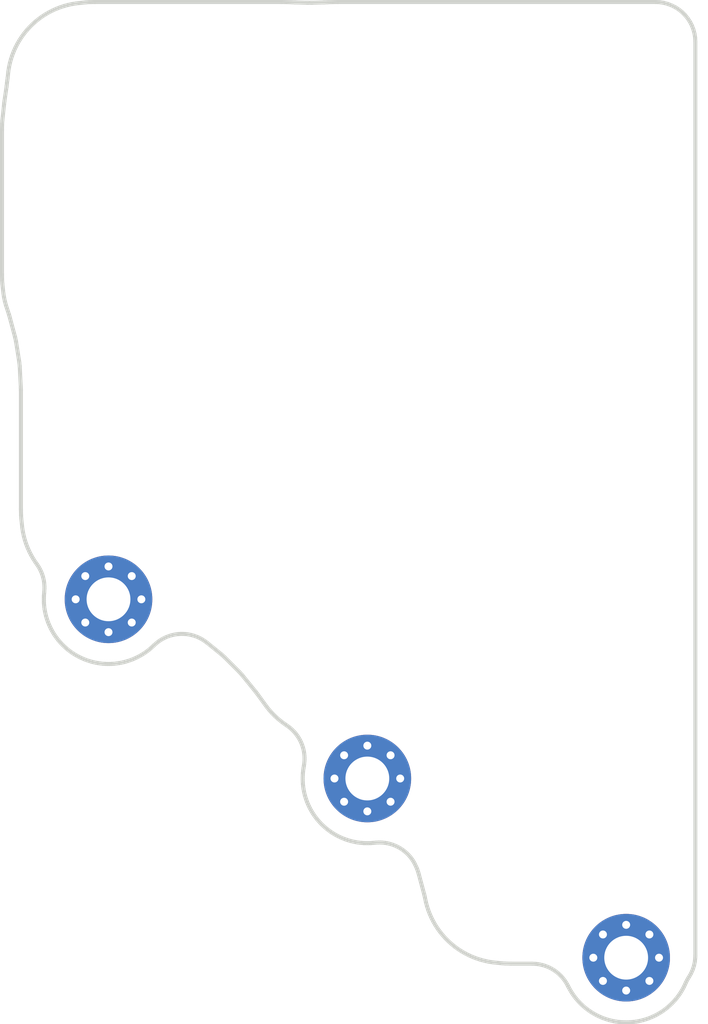
<source format=kicad_pcb>
(kicad_pcb (version 20171130) (host pcbnew 5.1.6-1.fc32)

  (general
    (thickness 1.6)
    (drawings 581)
    (tracks 0)
    (zones 0)
    (modules 3)
    (nets 1)
  )

  (page A4)
  (layers
    (0 F.Cu signal)
    (31 B.Cu signal)
    (32 B.Adhes user)
    (33 F.Adhes user)
    (34 B.Paste user)
    (35 F.Paste user)
    (36 B.SilkS user)
    (37 F.SilkS user)
    (38 B.Mask user)
    (39 F.Mask user)
    (40 Dwgs.User user)
    (41 Cmts.User user)
    (42 Eco1.User user)
    (43 Eco2.User user)
    (44 Edge.Cuts user)
    (45 Margin user)
    (46 B.CrtYd user)
    (47 F.CrtYd user)
    (48 B.Fab user)
    (49 F.Fab user)
  )

  (setup
    (last_trace_width 0.25)
    (trace_clearance 0.2)
    (zone_clearance 0.508)
    (zone_45_only no)
    (trace_min 0.2)
    (via_size 0.8)
    (via_drill 0.4)
    (via_min_size 0.4)
    (via_min_drill 0.3)
    (uvia_size 0.3)
    (uvia_drill 0.1)
    (uvias_allowed no)
    (uvia_min_size 0.2)
    (uvia_min_drill 0.1)
    (edge_width 0.05)
    (segment_width 0.2)
    (pcb_text_width 0.3)
    (pcb_text_size 1.5 1.5)
    (mod_edge_width 0.12)
    (mod_text_size 1 1)
    (mod_text_width 0.15)
    (pad_size 1.524 1.524)
    (pad_drill 0.762)
    (pad_to_mask_clearance 0.05)
    (aux_axis_origin 0 0)
    (visible_elements FFFFFF7F)
    (pcbplotparams
      (layerselection 0x010fc_ffffffff)
      (usegerberextensions false)
      (usegerberattributes true)
      (usegerberadvancedattributes true)
      (creategerberjobfile true)
      (excludeedgelayer true)
      (linewidth 0.100000)
      (plotframeref false)
      (viasonmask false)
      (mode 1)
      (useauxorigin false)
      (hpglpennumber 1)
      (hpglpenspeed 20)
      (hpglpendiameter 15.000000)
      (psnegative false)
      (psa4output false)
      (plotreference true)
      (plotvalue true)
      (plotinvisibletext false)
      (padsonsilk false)
      (subtractmaskfromsilk false)
      (outputformat 1)
      (mirror false)
      (drillshape 1)
      (scaleselection 1)
      (outputdirectory ""))
  )

  (net 0 "")

  (net_class Default "This is the default net class."
    (clearance 0.2)
    (trace_width 0.25)
    (via_dia 0.8)
    (via_drill 0.4)
    (uvia_dia 0.3)
    (uvia_drill 0.1)
  )

  (module MountingHole_2.2mm_M2_Pad_Via (layer F.Cu) (tedit 56DDB9C7) (tstamp 5F660C15)
    (at -44 30)
    (descr "Mounting Hole 2.2mm, M2")
    (tags "mounting hole 2.2mm m2")
    (attr virtual)
    (fp_text reference generated (at 0 -3.2) (layer F.SilkS) hide
      (effects (font (size 1 1) (thickness 0.15)))
    )
    (fp_text value MountingHole_2.2mm_M2_Pad_Via (at 0 3.2) (layer F.Fab) hide
      (effects (font (size 1 1) (thickness 0.15)))
    )
    (fp_circle (center 0 0) (end 2.45 0) (layer F.CrtYd) (width 0.05))
    (fp_circle (center 0 0) (end 2.2 0) (layer Cmts.User) (width 0.15))
    (fp_text user %R (at 0.3 0) (layer F.Fab)
      (effects (font (size 1 1) (thickness 0.15)))
    )
    (pad 1 thru_hole circle (at 1.166726 -1.166726) (size 0.7 0.7) (drill 0.4) (layers *.Cu *.Mask))
    (pad 1 thru_hole circle (at 0 -1.65) (size 0.7 0.7) (drill 0.4) (layers *.Cu *.Mask))
    (pad 1 thru_hole circle (at -1.166726 -1.166726) (size 0.7 0.7) (drill 0.4) (layers *.Cu *.Mask))
    (pad 1 thru_hole circle (at -1.65 0) (size 0.7 0.7) (drill 0.4) (layers *.Cu *.Mask))
    (pad 1 thru_hole circle (at -1.166726 1.166726) (size 0.7 0.7) (drill 0.4) (layers *.Cu *.Mask))
    (pad 1 thru_hole circle (at 0 1.65) (size 0.7 0.7) (drill 0.4) (layers *.Cu *.Mask))
    (pad 1 thru_hole circle (at 1.166726 1.166726) (size 0.7 0.7) (drill 0.4) (layers *.Cu *.Mask))
    (pad 1 thru_hole circle (at 1.65 0) (size 0.7 0.7) (drill 0.4) (layers *.Cu *.Mask))
    (pad 1 thru_hole circle (at 0 0) (size 4.4 4.4) (drill 2.2) (layers *.Cu *.Mask))
  )

  (module MountingHole_2.2mm_M2_Pad_Via (layer F.Cu) (tedit 56DDB9C7) (tstamp 5F660C06)
    (at -18 48)
    (descr "Mounting Hole 2.2mm, M2")
    (tags "mounting hole 2.2mm m2")
    (attr virtual)
    (fp_text reference generated (at 0 -3.2) (layer F.SilkS) hide
      (effects (font (size 1 1) (thickness 0.15)))
    )
    (fp_text value MountingHole_2.2mm_M2_Pad_Via (at 0 3.2) (layer F.Fab) hide
      (effects (font (size 1 1) (thickness 0.15)))
    )
    (fp_circle (center 0 0) (end 2.45 0) (layer F.CrtYd) (width 0.05))
    (fp_circle (center 0 0) (end 2.2 0) (layer Cmts.User) (width 0.15))
    (fp_text user %R (at 0.3 0) (layer F.Fab)
      (effects (font (size 1 1) (thickness 0.15)))
    )
    (pad 1 thru_hole circle (at 1.166726 -1.166726) (size 0.7 0.7) (drill 0.4) (layers *.Cu *.Mask))
    (pad 1 thru_hole circle (at 0 -1.65) (size 0.7 0.7) (drill 0.4) (layers *.Cu *.Mask))
    (pad 1 thru_hole circle (at -1.166726 -1.166726) (size 0.7 0.7) (drill 0.4) (layers *.Cu *.Mask))
    (pad 1 thru_hole circle (at -1.65 0) (size 0.7 0.7) (drill 0.4) (layers *.Cu *.Mask))
    (pad 1 thru_hole circle (at -1.166726 1.166726) (size 0.7 0.7) (drill 0.4) (layers *.Cu *.Mask))
    (pad 1 thru_hole circle (at 0 1.65) (size 0.7 0.7) (drill 0.4) (layers *.Cu *.Mask))
    (pad 1 thru_hole circle (at 1.166726 1.166726) (size 0.7 0.7) (drill 0.4) (layers *.Cu *.Mask))
    (pad 1 thru_hole circle (at 1.65 0) (size 0.7 0.7) (drill 0.4) (layers *.Cu *.Mask))
    (pad 1 thru_hole circle (at 0 0) (size 4.4 4.4) (drill 2.2) (layers *.Cu *.Mask))
  )

  (module MountingHole_2.2mm_M2_Pad_Via (layer F.Cu) (tedit 56DDB9C7) (tstamp 5F660BF7)
    (at -31 39)
    (descr "Mounting Hole 2.2mm, M2")
    (tags "mounting hole 2.2mm m2")
    (attr virtual)
    (fp_text reference generated (at 0 -3.2) (layer F.SilkS) hide
      (effects (font (size 1 1) (thickness 0.15)))
    )
    (fp_text value MountingHole_2.2mm_M2_Pad_Via (at 0 3.2) (layer F.Fab) hide
      (effects (font (size 1 1) (thickness 0.15)))
    )
    (fp_circle (center 0 0) (end 2.45 0) (layer F.CrtYd) (width 0.05))
    (fp_circle (center 0 0) (end 2.2 0) (layer Cmts.User) (width 0.15))
    (fp_text user %R (at 0.3 0) (layer F.Fab)
      (effects (font (size 1 1) (thickness 0.15)))
    )
    (pad 1 thru_hole circle (at 1.166726 -1.166726) (size 0.7 0.7) (drill 0.4) (layers *.Cu *.Mask))
    (pad 1 thru_hole circle (at 0 -1.65) (size 0.7 0.7) (drill 0.4) (layers *.Cu *.Mask))
    (pad 1 thru_hole circle (at -1.166726 -1.166726) (size 0.7 0.7) (drill 0.4) (layers *.Cu *.Mask))
    (pad 1 thru_hole circle (at -1.65 0) (size 0.7 0.7) (drill 0.4) (layers *.Cu *.Mask))
    (pad 1 thru_hole circle (at -1.166726 1.166726) (size 0.7 0.7) (drill 0.4) (layers *.Cu *.Mask))
    (pad 1 thru_hole circle (at 0 1.65) (size 0.7 0.7) (drill 0.4) (layers *.Cu *.Mask))
    (pad 1 thru_hole circle (at 1.166726 1.166726) (size 0.7 0.7) (drill 0.4) (layers *.Cu *.Mask))
    (pad 1 thru_hole circle (at 1.65 0) (size 0.7 0.7) (drill 0.4) (layers *.Cu *.Mask))
    (pad 1 thru_hole circle (at 0 0) (size 4.4 4.4) (drill 2.2) (layers *.Cu *.Mask))
  )

  (gr_line (start -49.3493 6.39336) (end -49.35 6.44572) (layer Edge.Cuts) (width 0.2))
  (gr_line (start -49.342 6.11433) (end -49.3493 6.39336) (layer Edge.Cuts) (width 0.2))
  (gr_line (start -49.3317 5.95764) (end -49.342 6.11433) (layer Edge.Cuts) (width 0.2))
  (gr_line (start -49.2435 5.11778) (end -49.3317 5.95764) (layer Edge.Cuts) (width 0.2))
  (gr_line (start -49.2373 5.06595) (end -49.2435 5.11778) (layer Edge.Cuts) (width 0.2))
  (gr_line (start -49.2332 5.03461) (end -49.2373 5.06595) (layer Edge.Cuts) (width 0.2))
  (gr_line (start -49.2301 5.00908) (end -49.2332 5.03461) (layer Edge.Cuts) (width 0.2))
  (gr_line (start -49.2241 4.96388) (end -49.2301 5.00908) (layer Edge.Cuts) (width 0.2))
  (gr_line (start -49.125 4.28075) (end -49.2241 4.96388) (layer Edge.Cuts) (width 0.2))
  (gr_line (start -49.1225 4.26205) (end -49.125 4.28075) (layer Edge.Cuts) (width 0.2))
  (gr_line (start -49.1152 4.20334) (end -49.1225 4.26205) (layer Edge.Cuts) (width 0.2))
  (gr_line (start -49.113 4.18454) (end -49.1152 4.20334) (layer Edge.Cuts) (width 0.2))
  (gr_line (start -49.1003 4.06407) (end -49.113 4.18454) (layer Edge.Cuts) (width 0.2))
  (gr_line (start -49.0867 3.96049) (end -49.1003 4.06407) (layer Edge.Cuts) (width 0.2))
  (gr_line (start -49.0812 3.9258) (end -49.0867 3.96049) (layer Edge.Cuts) (width 0.2))
  (gr_line (start -49.0776 3.90083) (end -49.0812 3.9258) (layer Edge.Cuts) (width 0.2))
  (gr_line (start -49.0672 3.82175) (end -49.0776 3.90083) (layer Edge.Cuts) (width 0.2))
  (gr_line (start -49.0642 3.79709) (end -49.0672 3.82175) (layer Edge.Cuts) (width 0.2))
  (gr_line (start -49.0324 3.49445) (end -49.0642 3.79709) (layer Edge.Cuts) (width 0.2))
  (gr_line (start -48.9997 3.28766) (end -49.0324 3.49445) (layer Edge.Cuts) (width 0.2))
  (gr_line (start -48.9565 3.0845) (end -48.9997 3.28766) (layer Edge.Cuts) (width 0.2))
  (gr_line (start -48.9024 2.88245) (end -48.9565 3.0845) (layer Edge.Cuts) (width 0.2))
  (gr_line (start -48.8384 2.68544) (end -48.9024 2.88245) (layer Edge.Cuts) (width 0.2))
  (gr_line (start -48.7634 2.48994) (end -48.8384 2.68544) (layer Edge.Cuts) (width 0.2))
  (gr_line (start -48.6791 2.3007) (end -48.7634 2.48994) (layer Edge.Cuts) (width 0.2))
  (gr_line (start -48.5841 2.11427) (end -48.6791 2.3007) (layer Edge.Cuts) (width 0.2))
  (gr_line (start -48.4803 1.93443) (end -48.5841 2.11427) (layer Edge.Cuts) (width 0.2))
  (gr_line (start -48.3663 1.75879) (end -48.4803 1.93443) (layer Edge.Cuts) (width 0.2))
  (gr_line (start -48.2444 1.59106) (end -48.3663 1.75879) (layer Edge.Cuts) (width 0.2))
  (gr_line (start -48.1126 1.4283) (end -48.2444 1.59106) (layer Edge.Cuts) (width 0.2))
  (gr_line (start -47.9739 1.27423) (end -48.1126 1.4283) (layer Edge.Cuts) (width 0.2))
  (gr_line (start -47.8259 1.12616) (end -47.9739 1.27423) (layer Edge.Cuts) (width 0.2))
  (gr_line (start -47.6718 0.987396) (end -47.8259 1.12616) (layer Edge.Cuts) (width 0.2))
  (gr_line (start -47.5092 0.855728) (end -47.6718 0.987396) (layer Edge.Cuts) (width 0.2))
  (gr_line (start -47.3415 0.733932) (end -47.5092 0.855728) (layer Edge.Cuts) (width 0.2))
  (gr_line (start -47.166 0.619904) (end -47.3415 0.733932) (layer Edge.Cuts) (width 0.2))
  (gr_line (start -46.9862 0.516113) (end -47.166 0.619904) (layer Edge.Cuts) (width 0.2))
  (gr_line (start -46.7996 0.421021) (end -46.9862 0.516113) (layer Edge.Cuts) (width 0.2))
  (gr_line (start -46.6105 0.336838) (end -46.7996 0.421021) (layer Edge.Cuts) (width 0.2))
  (gr_line (start -46.4151 0.261826) (end -46.6105 0.336838) (layer Edge.Cuts) (width 0.2))
  (gr_line (start -46.2177 0.197662) (end -46.4151 0.261826) (layer Edge.Cuts) (width 0.2))
  (gr_line (start -46.0155 0.143478) (end -46.2177 0.197662) (layer Edge.Cuts) (width 0.2))
  (gr_line (start -45.8128 0.100388) (end -46.0155 0.143478) (layer Edge.Cuts) (width 0.2))
  (gr_line (start -45.6061 0.067642) (end -45.8128 0.100388) (layer Edge.Cuts) (width 0.2))
  (gr_line (start -45.1346 0.018066) (end -45.6061 0.067642) (layer Edge.Cuts) (width 0.2))
  (gr_line (start -44.9779 0.007781) (end -45.1346 0.018066) (layer Edge.Cuts) (width 0.2))
  (gr_line (start -44.7082 0.000701) (end -44.9779 0.007781) (layer Edge.Cuts) (width 0.2))
  (gr_line (start -44.6557 0.000015) (end -44.7082 0.000701) (layer Edge.Cuts) (width 0.2))
  (gr_line (start -35.3453 0) (end -44.6557 0.000015) (layer Edge.Cuts) (width 0.2))
  (gr_line (start -35.293 0.000686) (end -35.3453 0) (layer Edge.Cuts) (width 0.2))
  (gr_line (start -34.8226 0.013) (end -35.293 0.000686) (layer Edge.Cuts) (width 0.2))
  (gr_line (start -34.7707 0.015029) (end -34.8226 0.013) (layer Edge.Cuts) (width 0.2))
  (gr_line (start -34.6641 0.020599) (end -34.7707 0.015029) (layer Edge.Cuts) (width 0.2))
  (gr_line (start -34.6517 0.021148) (end -34.6641 0.020599) (layer Edge.Cuts) (width 0.2))
  (gr_line (start -34.6125 0.022689) (end -34.6517 0.021148) (layer Edge.Cuts) (width 0.2))
  (gr_line (start -34.5997 0.023117) (end -34.6125 0.022689) (layer Edge.Cuts) (width 0.2))
  (gr_line (start -34.0369 0.037841) (end -34.5997 0.023117) (layer Edge.Cuts) (width 0.2))
  (gr_line (start -34.025 0.038085) (end -34.0369 0.037841) (layer Edge.Cuts) (width 0.2))
  (gr_line (start -33.9838 0.03862) (end -34.025 0.038085) (layer Edge.Cuts) (width 0.2))
  (gr_line (start -33.9728 0.038696) (end -33.9838 0.03862) (layer Edge.Cuts) (width 0.2))
  (gr_line (start -33.8275 0.038696) (end -33.9728 0.038696) (layer Edge.Cuts) (width 0.2))
  (gr_line (start -33.8165 0.03862) (end -33.8275 0.038696) (layer Edge.Cuts) (width 0.2))
  (gr_line (start -33.7755 0.038085) (end -33.8165 0.03862) (layer Edge.Cuts) (width 0.2))
  (gr_line (start -33.7631 0.037841) (end -33.7755 0.038085) (layer Edge.Cuts) (width 0.2))
  (gr_line (start -33.2 0.023101) (end -33.7631 0.037841) (layer Edge.Cuts) (width 0.2))
  (gr_line (start -33.188299 0.02272) (end -33.2 0.023101) (layer Edge.Cuts) (width 0.2))
  (gr_line (start -33.1479 0.021133) (end -33.188299 0.02272) (layer Edge.Cuts) (width 0.2))
  (gr_line (start -33.134999 0.020538) (end -33.1479 0.021133) (layer Edge.Cuts) (width 0.2))
  (gr_line (start -33.0304 0.01506) (end -33.134999 0.020538) (layer Edge.Cuts) (width 0.2))
  (gr_line (start -32.978099 0.013) (end -33.0304 0.01506) (layer Edge.Cuts) (width 0.2))
  (gr_line (start -32.5081 0.000701) (end -32.978099 0.013) (layer Edge.Cuts) (width 0.2))
  (gr_line (start -32.4557 0.000015) (end -32.5081 0.000701) (layer Edge.Cuts) (width 0.2))
  (gr_line (start -16.524999 0) (end -32.4557 0.000015) (layer Edge.Cuts) (width 0.2))
  (gr_line (start -16.3159 0.010955) (end -16.524999 0) (layer Edge.Cuts) (width 0.2))
  (gr_line (start -16.1092 0.043701) (end -16.3159 0.010955) (layer Edge.Cuts) (width 0.2))
  (gr_line (start -15.907 0.097885) (end -16.1092 0.043701) (layer Edge.Cuts) (width 0.2))
  (gr_line (start -15.7115 0.172913) (end -15.907 0.097885) (layer Edge.Cuts) (width 0.2))
  (gr_line (start -15.525 0.267944) (end -15.7115 0.172913) (layer Edge.Cuts) (width 0.2))
  (gr_line (start -15.3494 0.381973) (end -15.525 0.267944) (layer Edge.Cuts) (width 0.2))
  (gr_line (start -15.1867 0.513718) (end -15.3494 0.381973) (layer Edge.Cuts) (width 0.2))
  (gr_line (start -15.0387 0.661743) (end -15.1867 0.513718) (layer Edge.Cuts) (width 0.2))
  (gr_line (start -14.907 0.824432) (end -15.0387 0.661743) (layer Edge.Cuts) (width 0.2))
  (gr_line (start -14.7929 1) (end -14.907 0.824432) (layer Edge.Cuts) (width 0.2))
  (gr_line (start -14.6979 1.18652) (end -14.7929 1) (layer Edge.Cuts) (width 0.2))
  (gr_line (start -14.6229 1.38197) (end -14.6979 1.18652) (layer Edge.Cuts) (width 0.2))
  (gr_line (start -14.5687 1.58418) (end -14.6229 1.38197) (layer Edge.Cuts) (width 0.2))
  (gr_line (start -14.5359 1.79094) (end -14.5687 1.58418) (layer Edge.Cuts) (width 0.2))
  (gr_line (start -14.525 2) (end -14.5359 1.79094) (layer Edge.Cuts) (width 0.2))
  (gr_line (start -14.525 47.884) (end -14.525 2) (layer Edge.Cuts) (width 0.2))
  (gr_line (start -14.5277 47.9887) (end -14.525 47.884) (layer Edge.Cuts) (width 0.2))
  (gr_line (start -14.5496 48.1969) (end -14.5277 47.9887) (layer Edge.Cuts) (width 0.2))
  (gr_line (start -14.5931 48.4017) (end -14.5496 48.1969) (layer Edge.Cuts) (width 0.2))
  (gr_line (start -14.6578 48.6008) (end -14.5931 48.4017) (layer Edge.Cuts) (width 0.2))
  (gr_line (start -14.743 48.792) (end -14.6578 48.6008) (layer Edge.Cuts) (width 0.2))
  (gr_line (start -14.8477 48.9733) (end -14.743 48.792) (layer Edge.Cuts) (width 0.2))
  (gr_line (start -14.88 49.023) (end -14.8477 48.9733) (layer Edge.Cuts) (width 0.2))
  (gr_line (start -14.9323 49.1137) (end -14.88 49.023) (layer Edge.Cuts) (width 0.2))
  (gr_line (start -14.9916 49.2301) (end -14.9323 49.1137) (layer Edge.Cuts) (width 0.2))
  (gr_line (start -15.0142 49.2775) (end -14.9916 49.2301) (layer Edge.Cuts) (width 0.2))
  (gr_line (start -15.0547 49.3684) (end -15.0142 49.2775) (layer Edge.Cuts) (width 0.2))
  (gr_line (start -15.0998 49.463) (end -15.0547 49.3684) (layer Edge.Cuts) (width 0.2))
  (gr_line (start -15.1116 49.4862) (end -15.0998 49.463) (layer Edge.Cuts) (width 0.2))
  (gr_line (start -15.1617 49.5784) (end -15.1116 49.4862) (layer Edge.Cuts) (width 0.2))
  (gr_line (start -15.2142 49.6693) (end -15.1617 49.5784) (layer Edge.Cuts) (width 0.2))
  (gr_line (start -15.2687 49.7583) (end -15.2142 49.6693) (layer Edge.Cuts) (width 0.2))
  (gr_line (start -15.2824 49.7794) (end -15.2687 49.7583) (layer Edge.Cuts) (width 0.2))
  (gr_line (start -15.3194 49.8343) (end -15.2824 49.7794) (layer Edge.Cuts) (width 0.2))
  (gr_line (start -15.3427 49.8671) (end -15.3194 49.8343) (layer Edge.Cuts) (width 0.2))
  (gr_line (start -15.4037 49.9511) (end -15.3427 49.8671) (layer Edge.Cuts) (width 0.2))
  (gr_line (start -15.4675 50.0342) (end -15.4037 49.9511) (layer Edge.Cuts) (width 0.2))
  (gr_line (start -15.484 50.0546) (end -15.4675 50.0342) (layer Edge.Cuts) (width 0.2))
  (gr_line (start -15.5518 50.134) (end -15.484 50.0546) (layer Edge.Cuts) (width 0.2))
  (gr_line (start -15.6217 50.2117) (end -15.5518 50.134) (layer Edge.Cuts) (width 0.2))
  (gr_line (start -15.6939 50.2876) (end -15.6217 50.2117) (layer Edge.Cuts) (width 0.2))
  (gr_line (start -15.7123 50.3061) (end -15.6939 50.2876) (layer Edge.Cuts) (width 0.2))
  (gr_line (start -15.7882 50.3781) (end -15.7123 50.3061) (layer Edge.Cuts) (width 0.2))
  (gr_line (start -15.8658 50.448) (end -15.7882 50.3781) (layer Edge.Cuts) (width 0.2))
  (gr_line (start -15.9455 50.5161) (end -15.8658 50.448) (layer Edge.Cuts) (width 0.2))
  (gr_line (start -15.9659 50.5326) (end -15.9455 50.5161) (layer Edge.Cuts) (width 0.2))
  (gr_line (start -16.049299 50.5966) (end -15.9659 50.5326) (layer Edge.Cuts) (width 0.2))
  (gr_line (start -16.1335 50.6577) (end -16.049299 50.5966) (layer Edge.Cuts) (width 0.2))
  (gr_line (start -16.218699 50.7163) (end -16.1335 50.6577) (layer Edge.Cuts) (width 0.2))
  (gr_line (start -16.2411 50.7309) (end -16.218699 50.7163) (layer Edge.Cuts) (width 0.2))
  (gr_line (start -16.331399 50.7862) (end -16.2411 50.7309) (layer Edge.Cuts) (width 0.2))
  (gr_line (start -16.4216 50.8383) (end -16.331399 50.7862) (layer Edge.Cuts) (width 0.2))
  (gr_line (start -16.512699 50.8878) (end -16.4216 50.8383) (layer Edge.Cuts) (width 0.2))
  (gr_line (start -16.536 50.8997) (end -16.512699 50.8878) (layer Edge.Cuts) (width 0.2))
  (gr_line (start -16.6314 50.9452) (end -16.536 50.8997) (layer Edge.Cuts) (width 0.2))
  (gr_line (start -16.7266 50.9876) (end -16.6314 50.9452) (layer Edge.Cuts) (width 0.2))
  (gr_line (start -16.8223 51.0273) (end -16.7266 50.9876) (layer Edge.Cuts) (width 0.2))
  (gr_line (start -16.8469 51.0367) (end -16.8223 51.0273) (layer Edge.Cuts) (width 0.2))
  (gr_line (start -16.9469 51.0722) (end -16.8469 51.0367) (layer Edge.Cuts) (width 0.2))
  (gr_line (start -17.0471 51.1047) (end -16.9469 51.0722) (layer Edge.Cuts) (width 0.2))
  (gr_line (start -17.1472 51.1344) (end -17.0471 51.1047) (layer Edge.Cuts) (width 0.2))
  (gr_line (start -17.1718 51.141) (end -17.1472 51.1344) (layer Edge.Cuts) (width 0.2))
  (gr_line (start -17.274 51.1655) (end -17.1718 51.141) (layer Edge.Cuts) (width 0.2))
  (gr_line (start -17.3763 51.1872) (end -17.274 51.1655) (layer Edge.Cuts) (width 0.2))
  (gr_line (start -17.4772 51.2059) (end -17.3763 51.1872) (layer Edge.Cuts) (width 0.2))
  (gr_line (start -17.5027 51.21) (end -17.4772 51.2059) (layer Edge.Cuts) (width 0.2))
  (gr_line (start -17.6084 51.224) (end -17.5027 51.21) (layer Edge.Cuts) (width 0.2))
  (gr_line (start -17.7129 51.235) (end -17.6084 51.224) (layer Edge.Cuts) (width 0.2))
  (gr_line (start -17.8165 51.2431) (end -17.7129 51.235) (layer Edge.Cuts) (width 0.2))
  (gr_line (start -17.8423 51.2445) (end -17.8165 51.2431) (layer Edge.Cuts) (width 0.2))
  (gr_line (start -17.9476 51.2473) (end -17.8423 51.2445) (layer Edge.Cuts) (width 0.2))
  (gr_line (start -18.0526 51.2473) (end -17.9476 51.2473) (layer Edge.Cuts) (width 0.2))
  (gr_line (start -18.1579 51.2445) (end -18.0526 51.2473) (layer Edge.Cuts) (width 0.2))
  (gr_line (start -18.1836 51.2431) (end -18.1579 51.2445) (layer Edge.Cuts) (width 0.2))
  (gr_line (start -18.2874 51.2349) (end -18.1836 51.2431) (layer Edge.Cuts) (width 0.2))
  (gr_line (start -18.3909 51.2241) (end -18.2874 51.2349) (layer Edge.Cuts) (width 0.2))
  (gr_line (start -18.4937 51.2105) (end -18.3909 51.2241) (layer Edge.Cuts) (width 0.2))
  (gr_line (start -18.5201 51.2064) (end -18.4937 51.2105) (layer Edge.Cuts) (width 0.2))
  (gr_line (start -18.6238 51.1872) (end -18.5201 51.2064) (layer Edge.Cuts) (width 0.2))
  (gr_line (start -18.7261 51.1655) (end -18.6238 51.1872) (layer Edge.Cuts) (width 0.2))
  (gr_line (start -18.8282 51.141) (end -18.7261 51.1655) (layer Edge.Cuts) (width 0.2))
  (gr_line (start -18.8528 51.1344) (end -18.8282 51.141) (layer Edge.Cuts) (width 0.2))
  (gr_line (start -18.9526 51.1048) (end -18.8528 51.1344) (layer Edge.Cuts) (width 0.2))
  (gr_line (start -19.0524 51.0724) (end -18.9526 51.1048) (layer Edge.Cuts) (width 0.2))
  (gr_line (start -19.1517 51.0372) (end -19.0524 51.0724) (layer Edge.Cuts) (width 0.2))
  (gr_line (start -19.1765 51.0278) (end -19.1517 51.0372) (layer Edge.Cuts) (width 0.2))
  (gr_line (start -19.273 50.9878) (end -19.1765 51.0278) (layer Edge.Cuts) (width 0.2))
  (gr_line (start -19.3686 50.9452) (end -19.273 50.9878) (layer Edge.Cuts) (width 0.2))
  (gr_line (start -19.4628 50.9003) (end -19.3686 50.9452) (layer Edge.Cuts) (width 0.2))
  (gr_line (start -19.4859 50.8885) (end -19.4628 50.9003) (layer Edge.Cuts) (width 0.2))
  (gr_line (start -19.5784 50.8383) (end -19.4859 50.8885) (layer Edge.Cuts) (width 0.2))
  (gr_line (start -19.6692 50.7859) (end -19.5784 50.8383) (layer Edge.Cuts) (width 0.2))
  (gr_line (start -19.7578 50.7316) (end -19.6692 50.7859) (layer Edge.Cuts) (width 0.2))
  (gr_line (start -19.779 50.7178) (end -19.7578 50.7316) (layer Edge.Cuts) (width 0.2))
  (gr_line (start -19.8316 50.6825) (end -19.779 50.7178) (layer Edge.Cuts) (width 0.2))
  (gr_line (start -19.8667 50.6576) (end -19.8316 50.6825) (layer Edge.Cuts) (width 0.2))
  (gr_line (start -19.951 50.5963) (end -19.8667 50.6576) (layer Edge.Cuts) (width 0.2))
  (gr_line (start -20.0342 50.5324) (end -19.951 50.5963) (layer Edge.Cuts) (width 0.2))
  (gr_line (start -20.0546 50.516) (end -20.0342 50.5324) (layer Edge.Cuts) (width 0.2))
  (gr_line (start -20.134 50.4481) (end -20.0546 50.516) (layer Edge.Cuts) (width 0.2))
  (gr_line (start -20.2117 50.3782) (end -20.134 50.4481) (layer Edge.Cuts) (width 0.2))
  (gr_line (start -20.2876 50.3061) (end -20.2117 50.3782) (layer Edge.Cuts) (width 0.2))
  (gr_line (start -20.3061 50.2876) (end -20.2876 50.3061) (layer Edge.Cuts) (width 0.2))
  (gr_line (start -20.3782 50.2117) (end -20.3061 50.2876) (layer Edge.Cuts) (width 0.2))
  (gr_line (start -20.4481 50.134) (end -20.3782 50.2117) (layer Edge.Cuts) (width 0.2))
  (gr_line (start -20.516 50.0546) (end -20.4481 50.134) (layer Edge.Cuts) (width 0.2))
  (gr_line (start -20.5324 50.0342) (end -20.516 50.0546) (layer Edge.Cuts) (width 0.2))
  (gr_line (start -20.5963 49.9511) (end -20.5324 50.0342) (layer Edge.Cuts) (width 0.2))
  (gr_line (start -20.6573 49.8671) (end -20.5963 49.9511) (layer Edge.Cuts) (width 0.2))
  (gr_line (start -20.6806 49.8343) (end -20.6573 49.8671) (layer Edge.Cuts) (width 0.2))
  (gr_line (start -20.7175 49.7794) (end -20.6806 49.8343) (layer Edge.Cuts) (width 0.2))
  (gr_line (start -20.7312 49.7583) (end -20.7175 49.7794) (layer Edge.Cuts) (width 0.2))
  (gr_line (start -20.7858 49.6694) (end -20.7312 49.7583) (layer Edge.Cuts) (width 0.2))
  (gr_line (start -20.8382 49.5786) (end -20.7858 49.6694) (layer Edge.Cuts) (width 0.2))
  (gr_line (start -20.8886 49.4858) (end -20.8382 49.5786) (layer Edge.Cuts) (width 0.2))
  (gr_line (start -20.914 49.4358) (end -20.8886 49.4858) (layer Edge.Cuts) (width 0.2))
  (gr_line (start -20.9168 49.4308) (end -20.914 49.4358) (layer Edge.Cuts) (width 0.2))
  (gr_line (start -20.921 49.4227) (end -20.9168 49.4308) (layer Edge.Cuts) (width 0.2))
  (gr_line (start -20.9208 49.4226) (end -20.921 49.4227) (layer Edge.Cuts) (width 0.2))
  (gr_line (start -20.924 49.4163) (end -20.9208 49.4226) (layer Edge.Cuts) (width 0.2))
  (gr_line (start -20.9242 49.4165) (end -20.924 49.4163) (layer Edge.Cuts) (width 0.2))
  (gr_line (start -20.9643 49.3403) (end -20.9242 49.4165) (layer Edge.Cuts) (width 0.2))
  (gr_line (start -21.0104 49.2616) (end -20.9643 49.3403) (layer Edge.Cuts) (width 0.2))
  (gr_line (start -21.071 49.1685) (end -21.0104 49.2616) (layer Edge.Cuts) (width 0.2))
  (gr_line (start -21.1326 49.0837) (end -21.071 49.1685) (layer Edge.Cuts) (width 0.2))
  (gr_line (start -21.1984 49.0024) (end -21.1326 49.0837) (layer Edge.Cuts) (width 0.2))
  (gr_line (start -21.2683 48.9247) (end -21.1984 49.0024) (layer Edge.Cuts) (width 0.2))
  (gr_line (start -21.3423 48.8507) (end -21.2683 48.9247) (layer Edge.Cuts) (width 0.2))
  (gr_line (start -21.42 48.7808) (end -21.3423 48.8507) (layer Edge.Cuts) (width 0.2))
  (gr_line (start -21.5013 48.715) (end -21.42 48.7808) (layer Edge.Cuts) (width 0.2))
  (gr_line (start -21.5861 48.6534) (end -21.5013 48.715) (layer Edge.Cuts) (width 0.2))
  (gr_line (start -21.6736 48.5965) (end -21.5861 48.6534) (layer Edge.Cuts) (width 0.2))
  (gr_line (start -21.7643 48.5441) (end -21.6736 48.5965) (layer Edge.Cuts) (width 0.2))
  (gr_line (start -21.8575 48.4966) (end -21.7643 48.5441) (layer Edge.Cuts) (width 0.2))
  (gr_line (start -21.9529 48.4542) (end -21.8575 48.4966) (layer Edge.Cuts) (width 0.2))
  (gr_line (start -22.0507 48.4166) (end -21.9529 48.4542) (layer Edge.Cuts) (width 0.2))
  (gr_line (start -22.1501 48.3843) (end -22.0507 48.4166) (layer Edge.Cuts) (width 0.2))
  (gr_line (start -22.2511 48.3573) (end -22.1501 48.3843) (layer Edge.Cuts) (width 0.2))
  (gr_line (start -22.3537 48.3355) (end -22.2511 48.3573) (layer Edge.Cuts) (width 0.2))
  (gr_line (start -22.4567 48.3192) (end -22.3537 48.3355) (layer Edge.Cuts) (width 0.2))
  (gr_line (start -22.5609 48.3082) (end -22.4567 48.3192) (layer Edge.Cuts) (width 0.2))
  (gr_line (start -22.6912 48.3014) (end -22.5609 48.3082) (layer Edge.Cuts) (width 0.2))
  (gr_line (start -22.7439 48.3) (end -22.6912 48.3014) (layer Edge.Cuts) (width 0.2))
  (gr_line (start -23.7546 48.3) (end -22.7439 48.3) (layer Edge.Cuts) (width 0.2))
  (gr_line (start -23.8068 48.2993) (end -23.7546 48.3) (layer Edge.Cuts) (width 0.2))
  (gr_line (start -24.0778 48.2922) (end -23.8068 48.2993) (layer Edge.Cuts) (width 0.2))
  (gr_line (start -24.2346 48.282) (end -24.0778 48.2922) (layer Edge.Cuts) (width 0.2))
  (gr_line (start -24.7055 48.2325) (end -24.2346 48.282) (layer Edge.Cuts) (width 0.2))
  (gr_line (start -24.9123 48.1997) (end -24.7055 48.2325) (layer Edge.Cuts) (width 0.2))
  (gr_line (start -25.1154 48.1565) (end -24.9123 48.1997) (layer Edge.Cuts) (width 0.2))
  (gr_line (start -25.3174 48.1024) (end -25.1154 48.1565) (layer Edge.Cuts) (width 0.2))
  (gr_line (start -25.5145 48.0384) (end -25.3174 48.1024) (layer Edge.Cuts) (width 0.2))
  (gr_line (start -25.7101 47.9633) (end -25.5145 48.0384) (layer Edge.Cuts) (width 0.2))
  (gr_line (start -25.8993 47.8791) (end -25.7101 47.9633) (layer Edge.Cuts) (width 0.2))
  (gr_line (start -26.0857 47.7841) (end -25.8993 47.8791) (layer Edge.Cuts) (width 0.2))
  (gr_line (start -26.2656 47.6803) (end -26.0857 47.7841) (layer Edge.Cuts) (width 0.2))
  (gr_line (start -26.4412 47.5663) (end -26.2656 47.6803) (layer Edge.Cuts) (width 0.2))
  (gr_line (start -26.6089 47.4444) (end -26.4412 47.5663) (layer Edge.Cuts) (width 0.2))
  (gr_line (start -26.7717 47.3126) (end -26.6089 47.4444) (layer Edge.Cuts) (width 0.2))
  (gr_line (start -26.9258 47.1739) (end -26.7717 47.3126) (layer Edge.Cuts) (width 0.2))
  (gr_line (start -27.0738 47.0259) (end -26.9258 47.1739) (layer Edge.Cuts) (width 0.2))
  (gr_line (start -27.2126 46.8717) (end -27.0738 47.0259) (layer Edge.Cuts) (width 0.2))
  (gr_line (start -27.3443 46.7092) (end -27.2126 46.8717) (layer Edge.Cuts) (width 0.2))
  (gr_line (start -27.4661 46.5415) (end -27.3443 46.7092) (layer Edge.Cuts) (width 0.2))
  (gr_line (start -27.5801 46.3659) (end -27.4661 46.5415) (layer Edge.Cuts) (width 0.2))
  (gr_line (start -27.6839 46.1862) (end -27.5801 46.3659) (layer Edge.Cuts) (width 0.2))
  (gr_line (start -27.7789 45.9997) (end -27.6839 46.1862) (layer Edge.Cuts) (width 0.2))
  (gr_line (start -27.8632 45.8104) (end -27.7789 45.9997) (layer Edge.Cuts) (width 0.2))
  (gr_line (start -27.9382 45.6151) (end -27.8632 45.8104) (layer Edge.Cuts) (width 0.2))
  (gr_line (start -28.0023 45.4178) (end -27.9382 45.6151) (layer Edge.Cuts) (width 0.2))
  (gr_line (start -28.0566 45.2153) (end -28.0023 45.4178) (layer Edge.Cuts) (width 0.2))
  (gr_line (start -28.1149 44.9408) (end -28.0566 45.2153) (layer Edge.Cuts) (width 0.2))
  (gr_line (start -28.1206 44.9156) (end -28.1149 44.9408) (layer Edge.Cuts) (width 0.2))
  (gr_line (start -28.139 44.8391) (end -28.1206 44.9156) (layer Edge.Cuts) (width 0.2))
  (gr_line (start -28.1456 44.8132) (end -28.139 44.8391) (layer Edge.Cuts) (width 0.2))
  (gr_line (start -28.4199 43.7894) (end -28.1456 44.8132) (layer Edge.Cuts) (width 0.2))
  (gr_line (start -28.4348 43.7391) (end -28.4199 43.7894) (layer Edge.Cuts) (width 0.2))
  (gr_line (start -28.4834 43.5897) (end -28.4348 43.7391) (layer Edge.Cuts) (width 0.2))
  (gr_line (start -28.5008 43.5406) (end -28.4834 43.5897) (layer Edge.Cuts) (width 0.2))
  (gr_line (start -28.5043 43.5313) (end -28.5008 43.5406) (layer Edge.Cuts) (width 0.2))
  (gr_line (start -28.5353 43.4592) (end -28.5043 43.5313) (layer Edge.Cuts) (width 0.2))
  (gr_line (start -28.6254 43.2705) (end -28.5353 43.4592) (layer Edge.Cuts) (width 0.2))
  (gr_line (start -28.6891 43.1568) (end -28.6254 43.2705) (layer Edge.Cuts) (width 0.2))
  (gr_line (start -28.739 43.0798) (end -28.6891 43.1568) (layer Edge.Cuts) (width 0.2))
  (gr_line (start -28.8004 42.9953) (end -28.739 43.0798) (layer Edge.Cuts) (width 0.2))
  (gr_line (start -28.8664 42.9139) (end -28.8004 42.9953) (layer Edge.Cuts) (width 0.2))
  (gr_line (start -28.9362 42.8363) (end -28.8664 42.9139) (layer Edge.Cuts) (width 0.2))
  (gr_line (start -29.0103 42.7623) (end -28.9362 42.8363) (layer Edge.Cuts) (width 0.2))
  (gr_line (start -29.0879 42.6923) (end -29.0103 42.7623) (layer Edge.Cuts) (width 0.2))
  (gr_line (start -29.1694 42.6264) (end -29.0879 42.6923) (layer Edge.Cuts) (width 0.2))
  (gr_line (start -29.2538 42.565) (end -29.1694 42.6264) (layer Edge.Cuts) (width 0.2))
  (gr_line (start -29.3416 42.508) (end -29.2538 42.565) (layer Edge.Cuts) (width 0.2))
  (gr_line (start -29.4322 42.4557) (end -29.3416 42.508) (layer Edge.Cuts) (width 0.2))
  (gr_line (start -29.5254 42.4082) (end -29.4322 42.4557) (layer Edge.Cuts) (width 0.2))
  (gr_line (start -29.621 42.3657) (end -29.5254 42.4082) (layer Edge.Cuts) (width 0.2))
  (gr_line (start -29.7186 42.3282) (end -29.621 42.3657) (layer Edge.Cuts) (width 0.2))
  (gr_line (start -29.8181 42.2959) (end -29.7186 42.3282) (layer Edge.Cuts) (width 0.2))
  (gr_line (start -29.9193 42.2688) (end -29.8181 42.2959) (layer Edge.Cuts) (width 0.2))
  (gr_line (start -30.0213 42.2471) (end -29.9193 42.2688) (layer Edge.Cuts) (width 0.2))
  (gr_line (start -30.1248 42.2307) (end -30.0213 42.2471) (layer Edge.Cuts) (width 0.2))
  (gr_line (start -30.2289 42.2198) (end -30.1248 42.2307) (layer Edge.Cuts) (width 0.2))
  (gr_line (start -30.3331 42.2143) (end -30.2289 42.2198) (layer Edge.Cuts) (width 0.2))
  (gr_line (start -30.438 42.2143) (end -30.3331 42.2143) (layer Edge.Cuts) (width 0.2))
  (gr_line (start -30.5684 42.2211) (end -30.438 42.2143) (layer Edge.Cuts) (width 0.2))
  (gr_line (start -30.6207 42.2253) (end -30.5684 42.2211) (layer Edge.Cuts) (width 0.2))
  (gr_line (start -30.7125 42.2349) (end -30.6207 42.2253) (layer Edge.Cuts) (width 0.2))
  (gr_line (start -30.8176 42.2432) (end -30.7125 42.2349) (layer Edge.Cuts) (width 0.2))
  (gr_line (start -30.8433 42.2445) (end -30.8176 42.2432) (layer Edge.Cuts) (width 0.2))
  (gr_line (start -30.9476 42.2473) (end -30.8433 42.2445) (layer Edge.Cuts) (width 0.2))
  (gr_line (start -31.0526 42.2473) (end -30.9476 42.2473) (layer Edge.Cuts) (width 0.2))
  (gr_line (start -31.1579 42.2445) (end -31.0526 42.2473) (layer Edge.Cuts) (width 0.2))
  (gr_line (start -31.1836 42.2431) (end -31.1579 42.2445) (layer Edge.Cuts) (width 0.2))
  (gr_line (start -31.2874 42.2349) (end -31.1836 42.2431) (layer Edge.Cuts) (width 0.2))
  (gr_line (start -31.3909 42.2241) (end -31.2874 42.2349) (layer Edge.Cuts) (width 0.2))
  (gr_line (start -31.4937 42.2105) (end -31.3909 42.2241) (layer Edge.Cuts) (width 0.2))
  (gr_line (start -31.5201 42.2064) (end -31.4937 42.2105) (layer Edge.Cuts) (width 0.2))
  (gr_line (start -31.6238 42.1872) (end -31.5201 42.2064) (layer Edge.Cuts) (width 0.2))
  (gr_line (start -31.7261 42.1655) (end -31.6238 42.1872) (layer Edge.Cuts) (width 0.2))
  (gr_line (start -31.8282 42.141) (end -31.7261 42.1655) (layer Edge.Cuts) (width 0.2))
  (gr_line (start -31.8528 42.1344) (end -31.8282 42.141) (layer Edge.Cuts) (width 0.2))
  (gr_line (start -31.9526 42.1048) (end -31.8528 42.1344) (layer Edge.Cuts) (width 0.2))
  (gr_line (start -32.0524 42.0724) (end -31.9526 42.1048) (layer Edge.Cuts) (width 0.2))
  (gr_line (start -32.1517 42.0372) (end -32.0524 42.0724) (layer Edge.Cuts) (width 0.2))
  (gr_line (start -32.176499 42.0278) (end -32.1517 42.0372) (layer Edge.Cuts) (width 0.2))
  (gr_line (start -32.273 41.9878) (end -32.176499 42.0278) (layer Edge.Cuts) (width 0.2))
  (gr_line (start -32.3686 41.9452) (end -32.273 41.9878) (layer Edge.Cuts) (width 0.2))
  (gr_line (start -32.4628 41.9003) (end -32.3686 41.9452) (layer Edge.Cuts) (width 0.2))
  (gr_line (start -32.4859 41.8885) (end -32.4628 41.9003) (layer Edge.Cuts) (width 0.2))
  (gr_line (start -32.5784 41.8383) (end -32.4859 41.8885) (layer Edge.Cuts) (width 0.2))
  (gr_line (start -32.669199 41.7859) (end -32.5784 41.8383) (layer Edge.Cuts) (width 0.2))
  (gr_line (start -32.7578 41.7316) (end -32.669199 41.7859) (layer Edge.Cuts) (width 0.2))
  (gr_line (start -32.779 41.7178) (end -32.7578 41.7316) (layer Edge.Cuts) (width 0.2))
  (gr_line (start -32.8316 41.6825) (end -32.779 41.7178) (layer Edge.Cuts) (width 0.2))
  (gr_line (start -32.8667 41.6576) (end -32.8316 41.6825) (layer Edge.Cuts) (width 0.2))
  (gr_line (start -32.951 41.5963) (end -32.8667 41.6576) (layer Edge.Cuts) (width 0.2))
  (gr_line (start -33.0342 41.5324) (end -32.951 41.5963) (layer Edge.Cuts) (width 0.2))
  (gr_line (start -33.0546 41.516) (end -33.0342 41.5324) (layer Edge.Cuts) (width 0.2))
  (gr_line (start -33.134 41.4481) (end -33.0546 41.516) (layer Edge.Cuts) (width 0.2))
  (gr_line (start -33.2117 41.3782) (end -33.134 41.4481) (layer Edge.Cuts) (width 0.2))
  (gr_line (start -33.287599 41.3061) (end -33.2117 41.3782) (layer Edge.Cuts) (width 0.2))
  (gr_line (start -33.3061 41.2876) (end -33.287599 41.3061) (layer Edge.Cuts) (width 0.2))
  (gr_line (start -33.3782 41.2117) (end -33.3061 41.2876) (layer Edge.Cuts) (width 0.2))
  (gr_line (start -33.448099 41.134) (end -33.3782 41.2117) (layer Edge.Cuts) (width 0.2))
  (gr_line (start -33.516 41.0546) (end -33.448099 41.134) (layer Edge.Cuts) (width 0.2))
  (gr_line (start -33.5324 41.0342) (end -33.516 41.0546) (layer Edge.Cuts) (width 0.2))
  (gr_line (start -33.5963 40.9511) (end -33.5324 41.0342) (layer Edge.Cuts) (width 0.2))
  (gr_line (start -33.6573 40.8671) (end -33.5963 40.9511) (layer Edge.Cuts) (width 0.2))
  (gr_line (start -33.6806 40.8343) (end -33.6573 40.8671) (layer Edge.Cuts) (width 0.2))
  (gr_line (start -33.7175 40.7794) (end -33.6806 40.8343) (layer Edge.Cuts) (width 0.2))
  (gr_line (start -33.7312 40.7583) (end -33.7175 40.7794) (layer Edge.Cuts) (width 0.2))
  (gr_line (start -33.7858 40.6693) (end -33.7312 40.7583) (layer Edge.Cuts) (width 0.2))
  (gr_line (start -33.8383 40.5784) (end -33.7858 40.6693) (layer Edge.Cuts) (width 0.2))
  (gr_line (start -33.8883 40.4864) (end -33.8383 40.5784) (layer Edge.Cuts) (width 0.2))
  (gr_line (start -33.8999 40.4635) (end -33.8883 40.4864) (layer Edge.Cuts) (width 0.2))
  (gr_line (start -33.9452 40.3687) (end -33.8999 40.4635) (layer Edge.Cuts) (width 0.2))
  (gr_line (start -33.9878 40.273) (end -33.9452 40.3687) (layer Edge.Cuts) (width 0.2))
  (gr_line (start -34.0275 40.1772) (end -33.9878 40.273) (layer Edge.Cuts) (width 0.2))
  (gr_line (start -34.0369 40.1525) (end -34.0275 40.1772) (layer Edge.Cuts) (width 0.2))
  (gr_line (start -34.0724 40.0524) (end -34.0369 40.1525) (layer Edge.Cuts) (width 0.2))
  (gr_line (start -34.1048 39.9525) (end -34.0724 40.0524) (layer Edge.Cuts) (width 0.2))
  (gr_line (start -34.1344 39.8528) (end -34.1048 39.9525) (layer Edge.Cuts) (width 0.2))
  (gr_line (start -34.141 39.8282) (end -34.1344 39.8528) (layer Edge.Cuts) (width 0.2))
  (gr_line (start -34.1654 39.7263) (end -34.141 39.8282) (layer Edge.Cuts) (width 0.2))
  (gr_line (start -34.1871 39.6243) (end -34.1654 39.7263) (layer Edge.Cuts) (width 0.2))
  (gr_line (start -34.2062 39.521) (end -34.1871 39.6243) (layer Edge.Cuts) (width 0.2))
  (gr_line (start -34.2104 39.4943) (end -34.2062 39.521) (layer Edge.Cuts) (width 0.2))
  (gr_line (start -34.224 39.391) (end -34.2104 39.4943) (layer Edge.Cuts) (width 0.2))
  (gr_line (start -34.2349 39.2879) (end -34.224 39.391) (layer Edge.Cuts) (width 0.2))
  (gr_line (start -34.2431 39.1839) (end -34.2349 39.2879) (layer Edge.Cuts) (width 0.2))
  (gr_line (start -34.2445 39.1576) (end -34.2431 39.1839) (layer Edge.Cuts) (width 0.2))
  (gr_line (start -34.2473 39.0523) (end -34.2445 39.1576) (layer Edge.Cuts) (width 0.2))
  (gr_line (start -34.2473 38.9476) (end -34.2473 39.0523) (layer Edge.Cuts) (width 0.2))
  (gr_line (start -34.2445 38.8428) (end -34.2473 38.9476) (layer Edge.Cuts) (width 0.2))
  (gr_line (start -34.2432 38.8172) (end -34.2445 38.8428) (layer Edge.Cuts) (width 0.2))
  (gr_line (start -34.235 38.7132) (end -34.2432 38.8172) (layer Edge.Cuts) (width 0.2))
  (gr_line (start -34.224 38.6086) (end -34.235 38.7132) (layer Edge.Cuts) (width 0.2))
  (gr_line (start -34.2101 38.5036) (end -34.224 38.6086) (layer Edge.Cuts) (width 0.2))
  (gr_line (start -34.2061 38.4784) (end -34.2101 38.5036) (layer Edge.Cuts) (width 0.2))
  (gr_line (start -34.1975 38.4282) (end -34.2061 38.4784) (layer Edge.Cuts) (width 0.2))
  (gr_line (start -34.1891 38.3828) (end -34.1975 38.4282) (layer Edge.Cuts) (width 0.2))
  (gr_line (start -34.1866 38.367) (end -34.1891 38.3828) (layer Edge.Cuts) (width 0.2))
  (gr_line (start -34.1839 38.3523) (end -34.1866 38.367) (layer Edge.Cuts) (width 0.2))
  (gr_line (start -34.1725 38.2739) (end -34.1839 38.3523) (layer Edge.Cuts) (width 0.2))
  (gr_line (start -34.1602 38.1572) (end -34.1725 38.2739) (layer Edge.Cuts) (width 0.2))
  (gr_line (start -34.1548 38.0527) (end -34.1602 38.1572) (layer Edge.Cuts) (width 0.2))
  (gr_line (start -34.1548 37.9482) (end -34.1548 38.0527) (layer Edge.Cuts) (width 0.2))
  (gr_line (start -34.1603 37.8436) (end -34.1548 37.9482) (layer Edge.Cuts) (width 0.2))
  (gr_line (start -34.1712 37.7398) (end -34.1603 37.8436) (layer Edge.Cuts) (width 0.2))
  (gr_line (start -34.1876 37.6361) (end -34.1712 37.7398) (layer Edge.Cuts) (width 0.2))
  (gr_line (start -34.2093 37.5341) (end -34.1876 37.6361) (layer Edge.Cuts) (width 0.2))
  (gr_line (start -34.2364 37.4331) (end -34.2093 37.5341) (layer Edge.Cuts) (width 0.2))
  (gr_line (start -34.2688 37.3334) (end -34.2364 37.4331) (layer Edge.Cuts) (width 0.2))
  (gr_line (start -34.3062 37.2359) (end -34.2688 37.3334) (layer Edge.Cuts) (width 0.2))
  (gr_line (start -34.3488 37.1403) (end -34.3062 37.2359) (layer Edge.Cuts) (width 0.2))
  (gr_line (start -34.3963 37.0471) (end -34.3488 37.1403) (layer Edge.Cuts) (width 0.2))
  (gr_line (start -34.4485 36.9567) (end -34.3963 37.0471) (layer Edge.Cuts) (width 0.2))
  (gr_line (start -34.5057 36.8687) (end -34.4485 36.9567) (layer Edge.Cuts) (width 0.2))
  (gr_line (start -34.567 36.7843) (end -34.5057 36.8687) (layer Edge.Cuts) (width 0.2))
  (gr_line (start -34.6329 36.7029) (end -34.567 36.7843) (layer Edge.Cuts) (width 0.2))
  (gr_line (start -34.703 36.625) (end -34.6329 36.7029) (layer Edge.Cuts) (width 0.2))
  (gr_line (start -34.7767 36.5513) (end -34.703 36.625) (layer Edge.Cuts) (width 0.2))
  (gr_line (start -34.8545 36.4813) (end -34.7767 36.5513) (layer Edge.Cuts) (width 0.2))
  (gr_line (start -34.936 36.4153) (end -34.8545 36.4813) (layer Edge.Cuts) (width 0.2))
  (gr_line (start -35.0414 36.3388) (end -34.936 36.4153) (layer Edge.Cuts) (width 0.2))
  (gr_line (start -35.0967 36.3008) (end -35.0414 36.3388) (layer Edge.Cuts) (width 0.2))
  (gr_line (start -35.1395 36.2705) (end -35.0967 36.3008) (layer Edge.Cuts) (width 0.2))
  (gr_line (start -35.3119 36.1453) (end -35.1395 36.2705) (layer Edge.Cuts) (width 0.2))
  (gr_line (start -35.4745 36.0136) (end -35.3119 36.1453) (layer Edge.Cuts) (width 0.2))
  (gr_line (start -35.6288 35.8747) (end -35.4745 36.0136) (layer Edge.Cuts) (width 0.2))
  (gr_line (start -35.7768 35.7267) (end -35.6288 35.8747) (layer Edge.Cuts) (width 0.2))
  (gr_line (start -35.9153 35.5728) (end -35.7768 35.7267) (layer Edge.Cuts) (width 0.2))
  (gr_line (start -36.0471 35.4102) (end -35.9153 35.5728) (layer Edge.Cuts) (width 0.2))
  (gr_line (start -36.5242 34.7536) (end -36.0471 35.4102) (layer Edge.Cuts) (width 0.2))
  (gr_line (start -36.5393 34.7334) (end -36.5242 34.7536) (layer Edge.Cuts) (width 0.2))
  (gr_line (start -36.5873 34.6709) (end -36.5393 34.7334) (layer Edge.Cuts) (width 0.2))
  (gr_line (start -36.6037 34.6501) (end -36.5873 34.6709) (layer Edge.Cuts) (width 0.2))
  (gr_line (start -37.27 33.8273) (end -36.6037 34.6501) (layer Edge.Cuts) (width 0.2))
  (gr_line (start -37.304 33.7875) (end -37.27 33.8273) (layer Edge.Cuts) (width 0.2))
  (gr_line (start -37.4089 33.671) (end -37.304 33.7875) (layer Edge.Cuts) (width 0.2))
  (gr_line (start -37.4452 33.6328) (end -37.4089 33.671) (layer Edge.Cuts) (width 0.2))
  (gr_line (start -38.148 32.93) (end -37.4452 33.6328) (layer Edge.Cuts) (width 0.2))
  (gr_line (start -38.1862 32.8937) (end -38.148 32.93) (layer Edge.Cuts) (width 0.2))
  (gr_line (start -38.3028 32.7887) (end -38.1862 32.8937) (layer Edge.Cuts) (width 0.2))
  (gr_line (start -38.3423 32.755) (end -38.3028 32.7887) (layer Edge.Cuts) (width 0.2))
  (gr_line (start -39.0326 32.195999) (end -38.3423 32.755) (layer Edge.Cuts) (width 0.2))
  (gr_line (start -39.0742 32.164099) (end -39.0326 32.195999) (layer Edge.Cuts) (width 0.2))
  (gr_line (start -39.1799 32.0873) (end -39.0742 32.164099) (layer Edge.Cuts) (width 0.2))
  (gr_line (start -39.2678 32.0302) (end -39.1799 32.0873) (layer Edge.Cuts) (width 0.2))
  (gr_line (start -39.3581 31.9781) (end -39.2678 32.0302) (layer Edge.Cuts) (width 0.2))
  (gr_line (start -39.4516 31.9304) (end -39.3581 31.9781) (layer Edge.Cuts) (width 0.2))
  (gr_line (start -39.547 31.888) (end -39.4516 31.9304) (layer Edge.Cuts) (width 0.2))
  (gr_line (start -39.6446 31.8505) (end -39.547 31.888) (layer Edge.Cuts) (width 0.2))
  (gr_line (start -39.7442 31.8181) (end -39.6446 31.8505) (layer Edge.Cuts) (width 0.2))
  (gr_line (start -39.8452 31.7911) (end -39.7442 31.8181) (layer Edge.Cuts) (width 0.2))
  (gr_line (start -39.9476 31.7693) (end -39.8452 31.7911) (layer Edge.Cuts) (width 0.2))
  (gr_line (start -40.0507 31.753) (end -39.9476 31.7693) (layer Edge.Cuts) (width 0.2))
  (gr_line (start -40.1549 31.742) (end -40.0507 31.753) (layer Edge.Cuts) (width 0.2))
  (gr_line (start -40.2592 31.7366) (end -40.1549 31.742) (layer Edge.Cuts) (width 0.2))
  (gr_line (start -40.364 31.7366) (end -40.2592 31.7366) (layer Edge.Cuts) (width 0.2))
  (gr_line (start -40.4683 31.742) (end -40.364 31.7366) (layer Edge.Cuts) (width 0.2))
  (gr_line (start -40.5725 31.753) (end -40.4683 31.742) (layer Edge.Cuts) (width 0.2))
  (gr_line (start -40.6756 31.7693) (end -40.5725 31.753) (layer Edge.Cuts) (width 0.2))
  (gr_line (start -40.778 31.7911) (end -40.6756 31.7693) (layer Edge.Cuts) (width 0.2))
  (gr_line (start -40.879 31.8181) (end -40.778 31.7911) (layer Edge.Cuts) (width 0.2))
  (gr_line (start -40.9786 31.8505) (end -40.879 31.8181) (layer Edge.Cuts) (width 0.2))
  (gr_line (start -41.0762 31.888) (end -40.9786 31.8505) (layer Edge.Cuts) (width 0.2))
  (gr_line (start -41.1716 31.9304) (end -41.0762 31.888) (layer Edge.Cuts) (width 0.2))
  (gr_line (start -41.2651 31.9781) (end -41.1716 31.9304) (layer Edge.Cuts) (width 0.2))
  (gr_line (start -41.3555 32.030299) (end -41.2651 31.9781) (layer Edge.Cuts) (width 0.2))
  (gr_line (start -41.4432 32.0872) (end -41.3555 32.030299) (layer Edge.Cuts) (width 0.2))
  (gr_line (start -41.5278 32.148699) (end -41.4432 32.0872) (layer Edge.Cuts) (width 0.2))
  (gr_line (start -41.6092 32.214599) (end -41.5278 32.148699) (layer Edge.Cuts) (width 0.2))
  (gr_line (start -41.7117 32.3069) (end -41.6092 32.214599) (layer Edge.Cuts) (width 0.2))
  (gr_line (start -41.7117 32.3067) (end -41.7117 32.3069) (layer Edge.Cuts) (width 0.2))
  (gr_line (start -41.7143 32.308999) (end -41.7117 32.3067) (layer Edge.Cuts) (width 0.2))
  (gr_line (start -41.7192 32.3143) (end -41.7143 32.308999) (layer Edge.Cuts) (width 0.2))
  (gr_line (start -41.7306 32.325) (end -41.7192 32.3143) (layer Edge.Cuts) (width 0.2))
  (gr_line (start -41.7376 32.331) (end -41.7306 32.325) (layer Edge.Cuts) (width 0.2))
  (gr_line (start -41.7499 32.3427) (end -41.7376 32.331) (layer Edge.Cuts) (width 0.2))
  (gr_line (start -41.7879 32.377899) (end -41.7499 32.3427) (layer Edge.Cuts) (width 0.2))
  (gr_line (start -41.8658 32.448) (end -41.7879 32.377899) (layer Edge.Cuts) (width 0.2))
  (gr_line (start -41.9455 32.5161) (end -41.8658 32.448) (layer Edge.Cuts) (width 0.2))
  (gr_line (start -41.9659 32.5326) (end -41.9455 32.5161) (layer Edge.Cuts) (width 0.2))
  (gr_line (start -42.0493 32.5966) (end -41.9659 32.5326) (layer Edge.Cuts) (width 0.2))
  (gr_line (start -42.1335 32.6577) (end -42.0493 32.5966) (layer Edge.Cuts) (width 0.2))
  (gr_line (start -42.2187 32.716299) (end -42.1335 32.6577) (layer Edge.Cuts) (width 0.2))
  (gr_line (start -42.2411 32.7309) (end -42.2187 32.716299) (layer Edge.Cuts) (width 0.2))
  (gr_line (start -42.3314 32.7862) (end -42.2411 32.7309) (layer Edge.Cuts) (width 0.2))
  (gr_line (start -42.4216 32.838299) (end -42.3314 32.7862) (layer Edge.Cuts) (width 0.2))
  (gr_line (start -42.5127 32.8878) (end -42.4216 32.838299) (layer Edge.Cuts) (width 0.2))
  (gr_line (start -42.536 32.8997) (end -42.5127 32.8878) (layer Edge.Cuts) (width 0.2))
  (gr_line (start -42.6314 32.9452) (end -42.536 32.8997) (layer Edge.Cuts) (width 0.2))
  (gr_line (start -42.7266 32.9876) (end -42.6314 32.9452) (layer Edge.Cuts) (width 0.2))
  (gr_line (start -42.8223 33.027299) (end -42.7266 32.9876) (layer Edge.Cuts) (width 0.2))
  (gr_line (start -42.8469 33.0367) (end -42.8223 33.027299) (layer Edge.Cuts) (width 0.2))
  (gr_line (start -42.9469 33.0722) (end -42.8469 33.0367) (layer Edge.Cuts) (width 0.2))
  (gr_line (start -43.0471 33.1047) (end -42.9469 33.0722) (layer Edge.Cuts) (width 0.2))
  (gr_line (start -43.1472 33.1344) (end -43.0471 33.1047) (layer Edge.Cuts) (width 0.2))
  (gr_line (start -43.1718 33.141) (end -43.1472 33.1344) (layer Edge.Cuts) (width 0.2))
  (gr_line (start -43.274 33.1655) (end -43.1718 33.141) (layer Edge.Cuts) (width 0.2))
  (gr_line (start -43.3763 33.187199) (end -43.274 33.1655) (layer Edge.Cuts) (width 0.2))
  (gr_line (start -43.4772 33.2059) (end -43.3763 33.187199) (layer Edge.Cuts) (width 0.2))
  (gr_line (start -43.5027 33.21) (end -43.4772 33.2059) (layer Edge.Cuts) (width 0.2))
  (gr_line (start -43.6084 33.223999) (end -43.5027 33.21) (layer Edge.Cuts) (width 0.2))
  (gr_line (start -43.7129 33.235) (end -43.6084 33.223999) (layer Edge.Cuts) (width 0.2))
  (gr_line (start -43.8165 33.2431) (end -43.7129 33.235) (layer Edge.Cuts) (width 0.2))
  (gr_line (start -43.8423 33.2445) (end -43.8165 33.2431) (layer Edge.Cuts) (width 0.2))
  (gr_line (start -43.9476 33.2473) (end -43.8423 33.2445) (layer Edge.Cuts) (width 0.2))
  (gr_line (start -44.0526 33.2473) (end -43.9476 33.2473) (layer Edge.Cuts) (width 0.2))
  (gr_line (start -44.1579 33.2445) (end -44.0526 33.2473) (layer Edge.Cuts) (width 0.2))
  (gr_line (start -44.1836 33.2431) (end -44.1579 33.2445) (layer Edge.Cuts) (width 0.2))
  (gr_line (start -44.2874 33.2349) (end -44.1836 33.2431) (layer Edge.Cuts) (width 0.2))
  (gr_line (start -44.3909 33.2241) (end -44.2874 33.2349) (layer Edge.Cuts) (width 0.2))
  (gr_line (start -44.4937 33.2105) (end -44.3909 33.2241) (layer Edge.Cuts) (width 0.2))
  (gr_line (start -44.5201 33.2064) (end -44.4937 33.2105) (layer Edge.Cuts) (width 0.2))
  (gr_line (start -44.6238 33.187199) (end -44.5201 33.2064) (layer Edge.Cuts) (width 0.2))
  (gr_line (start -44.7261 33.1655) (end -44.6238 33.187199) (layer Edge.Cuts) (width 0.2))
  (gr_line (start -44.8282 33.141) (end -44.7261 33.1655) (layer Edge.Cuts) (width 0.2))
  (gr_line (start -44.8528 33.1344) (end -44.8282 33.141) (layer Edge.Cuts) (width 0.2))
  (gr_line (start -44.9526 33.104799) (end -44.8528 33.1344) (layer Edge.Cuts) (width 0.2))
  (gr_line (start -45.0524 33.0724) (end -44.9526 33.104799) (layer Edge.Cuts) (width 0.2))
  (gr_line (start -45.1517 33.0372) (end -45.0524 33.0724) (layer Edge.Cuts) (width 0.2))
  (gr_line (start -45.1765 33.0278) (end -45.1517 33.0372) (layer Edge.Cuts) (width 0.2))
  (gr_line (start -45.273 32.9878) (end -45.1765 33.0278) (layer Edge.Cuts) (width 0.2))
  (gr_line (start -45.3686 32.9452) (end -45.273 32.9878) (layer Edge.Cuts) (width 0.2))
  (gr_line (start -45.4628 32.9003) (end -45.3686 32.9452) (layer Edge.Cuts) (width 0.2))
  (gr_line (start -45.4859 32.8885) (end -45.4628 32.9003) (layer Edge.Cuts) (width 0.2))
  (gr_line (start -45.5784 32.838299) (end -45.4859 32.8885) (layer Edge.Cuts) (width 0.2))
  (gr_line (start -45.6692 32.785899) (end -45.5784 32.838299) (layer Edge.Cuts) (width 0.2))
  (gr_line (start -45.7578 32.7316) (end -45.6692 32.785899) (layer Edge.Cuts) (width 0.2))
  (gr_line (start -45.779 32.717799) (end -45.7578 32.7316) (layer Edge.Cuts) (width 0.2))
  (gr_line (start -45.8316 32.682499) (end -45.779 32.717799) (layer Edge.Cuts) (width 0.2))
  (gr_line (start -45.8667 32.6576) (end -45.8316 32.682499) (layer Edge.Cuts) (width 0.2))
  (gr_line (start -45.951 32.5963) (end -45.8667 32.6576) (layer Edge.Cuts) (width 0.2))
  (gr_line (start -46.0342 32.5324) (end -45.951 32.5963) (layer Edge.Cuts) (width 0.2))
  (gr_line (start -46.0546 32.516) (end -46.0342 32.5324) (layer Edge.Cuts) (width 0.2))
  (gr_line (start -46.134 32.448099) (end -46.0546 32.516) (layer Edge.Cuts) (width 0.2))
  (gr_line (start -46.2117 32.3782) (end -46.134 32.448099) (layer Edge.Cuts) (width 0.2))
  (gr_line (start -46.2876 32.3061) (end -46.2117 32.3782) (layer Edge.Cuts) (width 0.2))
  (gr_line (start -46.3061 32.287599) (end -46.2876 32.3061) (layer Edge.Cuts) (width 0.2))
  (gr_line (start -46.3782 32.2117) (end -46.3061 32.287599) (layer Edge.Cuts) (width 0.2))
  (gr_line (start -46.4481 32.134) (end -46.3782 32.2117) (layer Edge.Cuts) (width 0.2))
  (gr_line (start -46.516 32.0546) (end -46.4481 32.134) (layer Edge.Cuts) (width 0.2))
  (gr_line (start -46.5324 32.0342) (end -46.516 32.0546) (layer Edge.Cuts) (width 0.2))
  (gr_line (start -46.5962 31.9512) (end -46.5324 32.0342) (layer Edge.Cuts) (width 0.2))
  (gr_line (start -46.6578 31.8664) (end -46.5962 31.9512) (layer Edge.Cuts) (width 0.2))
  (gr_line (start -46.7172 31.78) (end -46.6578 31.8664) (layer Edge.Cuts) (width 0.2))
  (gr_line (start -46.7311 31.7585) (end -46.7172 31.78) (layer Edge.Cuts) (width 0.2))
  (gr_line (start -46.7858 31.6694) (end -46.7311 31.7585) (layer Edge.Cuts) (width 0.2))
  (gr_line (start -46.8383 31.5784) (end -46.7858 31.6694) (layer Edge.Cuts) (width 0.2))
  (gr_line (start -46.8883 31.4864) (end -46.8383 31.5784) (layer Edge.Cuts) (width 0.2))
  (gr_line (start -46.8999 31.4635) (end -46.8883 31.4864) (layer Edge.Cuts) (width 0.2))
  (gr_line (start -46.9452 31.3687) (end -46.8999 31.4635) (layer Edge.Cuts) (width 0.2))
  (gr_line (start -46.9878 31.273) (end -46.9452 31.3687) (layer Edge.Cuts) (width 0.2))
  (gr_line (start -47.0275 31.1772) (end -46.9878 31.273) (layer Edge.Cuts) (width 0.2))
  (gr_line (start -47.0369 31.1525) (end -47.0275 31.1772) (layer Edge.Cuts) (width 0.2))
  (gr_line (start -47.0724 31.0524) (end -47.0369 31.1525) (layer Edge.Cuts) (width 0.2))
  (gr_line (start -47.1048 30.9525) (end -47.0724 31.0524) (layer Edge.Cuts) (width 0.2))
  (gr_line (start -47.1344 30.8528) (end -47.1048 30.9525) (layer Edge.Cuts) (width 0.2))
  (gr_line (start -47.141 30.8282) (end -47.1344 30.8528) (layer Edge.Cuts) (width 0.2))
  (gr_line (start -47.1654 30.7263) (end -47.141 30.8282) (layer Edge.Cuts) (width 0.2))
  (gr_line (start -47.1871 30.6243) (end -47.1654 30.7263) (layer Edge.Cuts) (width 0.2))
  (gr_line (start -47.2062 30.521) (end -47.1871 30.6243) (layer Edge.Cuts) (width 0.2))
  (gr_line (start -47.2104 30.4943) (end -47.2062 30.521) (layer Edge.Cuts) (width 0.2))
  (gr_line (start -47.224 30.391) (end -47.2104 30.4943) (layer Edge.Cuts) (width 0.2))
  (gr_line (start -47.2349 30.2879) (end -47.224 30.391) (layer Edge.Cuts) (width 0.2))
  (gr_line (start -47.2431 30.1839) (end -47.2349 30.2879) (layer Edge.Cuts) (width 0.2))
  (gr_line (start -47.2445 30.1576) (end -47.2431 30.1839) (layer Edge.Cuts) (width 0.2))
  (gr_line (start -47.2473 30.0523) (end -47.2445 30.1576) (layer Edge.Cuts) (width 0.2))
  (gr_line (start -47.2473 29.9476) (end -47.2473 30.0523) (layer Edge.Cuts) (width 0.2))
  (gr_line (start -47.2445 29.8428) (end -47.2473 29.9476) (layer Edge.Cuts) (width 0.2))
  (gr_line (start -47.2432 29.8172) (end -47.2445 29.8428) (layer Edge.Cuts) (width 0.2))
  (gr_line (start -47.2349 29.7128) (end -47.2432 29.8172) (layer Edge.Cuts) (width 0.2))
  (gr_line (start -47.2282 29.6485) (end -47.2349 29.7128) (layer Edge.Cuts) (width 0.2))
  (gr_line (start -47.224 29.596) (end -47.2282 29.6485) (layer Edge.Cuts) (width 0.2))
  (gr_line (start -47.2172 29.4651) (end -47.224 29.596) (layer Edge.Cuts) (width 0.2))
  (gr_line (start -47.2172 29.3605) (end -47.2172 29.4651) (layer Edge.Cuts) (width 0.2))
  (gr_line (start -47.2227 29.2563) (end -47.2172 29.3605) (layer Edge.Cuts) (width 0.2))
  (gr_line (start -47.2336 29.152) (end -47.2227 29.2563) (layer Edge.Cuts) (width 0.2))
  (gr_line (start -47.25 29.0488) (end -47.2336 29.152) (layer Edge.Cuts) (width 0.2))
  (gr_line (start -47.2717 28.9465) (end -47.25 29.0488) (layer Edge.Cuts) (width 0.2))
  (gr_line (start -47.2988 28.8455) (end -47.2717 28.9465) (layer Edge.Cuts) (width 0.2))
  (gr_line (start -47.3311 28.7459) (end -47.2988 28.8455) (layer Edge.Cuts) (width 0.2))
  (gr_line (start -47.3687 28.6481) (end -47.3311 28.7459) (layer Edge.Cuts) (width 0.2))
  (gr_line (start -47.4111 28.5529) (end -47.3687 28.6481) (layer Edge.Cuts) (width 0.2))
  (gr_line (start -47.4586 28.4595) (end -47.4111 28.5529) (layer Edge.Cuts) (width 0.2))
  (gr_line (start -47.511 28.3689) (end -47.4586 28.4595) (layer Edge.Cuts) (width 0.2))
  (gr_line (start -47.5822 28.2592) (end -47.511 28.3689) (layer Edge.Cuts) (width 0.2))
  (gr_line (start -47.6118 28.2162) (end -47.5822 28.2592) (layer Edge.Cuts) (width 0.2))
  (gr_line (start -47.6661 28.1414) (end -47.6118 28.2162) (layer Edge.Cuts) (width 0.2))
  (gr_line (start -47.7802 27.9658) (end -47.6661 28.1414) (layer Edge.Cuts) (width 0.2))
  (gr_line (start -47.8839 27.7862) (end -47.7802 27.9658) (layer Edge.Cuts) (width 0.2))
  (gr_line (start -47.979 27.5996) (end -47.8839 27.7862) (layer Edge.Cuts) (width 0.2))
  (gr_line (start -48.0631 27.4106) (end -47.979 27.5996) (layer Edge.Cuts) (width 0.2))
  (gr_line (start -48.1382 27.2151) (end -48.0631 27.4106) (layer Edge.Cuts) (width 0.2))
  (gr_line (start -48.2023 27.0177) (end -48.1382 27.2151) (layer Edge.Cuts) (width 0.2))
  (gr_line (start -48.2565 26.8155) (end -48.2023 27.0177) (layer Edge.Cuts) (width 0.2))
  (gr_line (start -48.2996 26.6128) (end -48.2565 26.8155) (layer Edge.Cuts) (width 0.2))
  (gr_line (start -48.3323 26.4061) (end -48.2996 26.6128) (layer Edge.Cuts) (width 0.2))
  (gr_line (start -48.3819 25.9346) (end -48.3323 26.4061) (layer Edge.Cuts) (width 0.2))
  (gr_line (start -48.3922 25.7779) (end -48.3819 25.9346) (layer Edge.Cuts) (width 0.2))
  (gr_line (start -48.3993 25.5082) (end -48.3922 25.7779) (layer Edge.Cuts) (width 0.2))
  (gr_line (start -48.4 25.4557) (end -48.3993 25.5082) (layer Edge.Cuts) (width 0.2))
  (gr_line (start -48.4 19.5079) (end -48.4 25.4557) (layer Edge.Cuts) (width 0.2))
  (gr_line (start -48.4003 19.4813) (end -48.4 19.5079) (layer Edge.Cuts) (width 0.2))
  (gr_line (start -48.4024 19.4028) (end -48.4003 19.4813) (layer Edge.Cuts) (width 0.2))
  (gr_line (start -48.4034 19.3767) (end -48.4024 19.4028) (layer Edge.Cuts) (width 0.2))
  (gr_line (start -48.4588 18.3193) (end -48.4034 19.3767) (layer Edge.Cuts) (width 0.2))
  (gr_line (start -48.463 18.2664) (end -48.4588 18.3193) (layer Edge.Cuts) (width 0.2))
  (gr_line (start -48.4794 18.1105) (end -48.463 18.2664) (layer Edge.Cuts) (width 0.2))
  (gr_line (start -48.4862 18.0588) (end -48.4794 18.1105) (layer Edge.Cuts) (width 0.2))
  (gr_line (start -48.6417 17.0767) (end -48.4862 18.0588) (layer Edge.Cuts) (width 0.2))
  (gr_line (start -48.6512 17.0256) (end -48.6417 17.0767) (layer Edge.Cuts) (width 0.2))
  (gr_line (start -48.684 16.8714) (end -48.6512 17.0256) (layer Edge.Cuts) (width 0.2))
  (gr_line (start -48.696 16.8212) (end -48.684 16.8714) (layer Edge.Cuts) (width 0.2))
  (gr_line (start -48.9704 15.7972) (end -48.696 16.8212) (layer Edge.Cuts) (width 0.2))
  (gr_line (start -48.9773 15.7726) (end -48.9704 15.7972) (layer Edge.Cuts) (width 0.2))
  (gr_line (start -48.9998 15.6966) (end -48.9773 15.7726) (layer Edge.Cuts) (width 0.2))
  (gr_line (start -49.0074 15.6724) (end -48.9998 15.6966) (layer Edge.Cuts) (width 0.2))
  (gr_line (start -49.1519 15.2276) (end -49.0074 15.6724) (layer Edge.Cuts) (width 0.2))
  (gr_line (start -49.2061 15.0254) (end -49.1519 15.2276) (layer Edge.Cuts) (width 0.2))
  (gr_line (start -49.2491 14.8228) (end -49.2061 15.0254) (layer Edge.Cuts) (width 0.2))
  (gr_line (start -49.2819 14.616) (end -49.2491 14.8228) (layer Edge.Cuts) (width 0.2))
  (gr_line (start -49.3318 14.1407) (end -49.2819 14.616) (layer Edge.Cuts) (width 0.2))
  (gr_line (start -49.3421 13.984) (end -49.3318 14.1407) (layer Edge.Cuts) (width 0.2))
  (gr_line (start -49.3493 13.7078) (end -49.3421 13.984) (layer Edge.Cuts) (width 0.2))
  (gr_line (start -49.35 13.6556) (end -49.3493 13.7078) (layer Edge.Cuts) (width 0.2))
  (gr_line (start -49.35 6.44572) (end -49.35 13.6556) (layer Edge.Cuts) (width 0.2))

)

</source>
